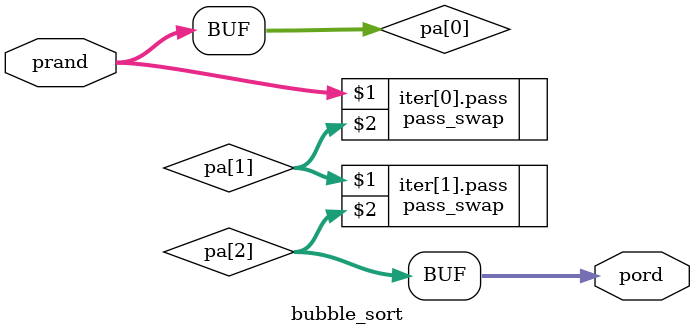
<source format=v>
/*

	Пузырьковая сортировка, основанная только на комбинаторной логике,
	без применения синхронной логики, т.е. регистров.

*/
module bubble_sort
	#(
		parameter DIM = 4,   // длина массива
		parameter WIDTH = 8  // размерность элемента
	)
	(
		input [DIM*WIDTH-1:0] prand, // исходный упакованный неотсортированный массив
		output [DIM*WIDTH-1:0] pord  // упакованный в битовый вектор результат сортировки
	);
	
	wire [DIM*WIDTH-1:0] pa [DIM-2:0]; // частично упакованные упакованные массивы
	
	assign pa[0] = prand;
	assign pord = pa[DIM-2];
	
	genvar i;
	generate
		for (i = 0; i < DIM - 2; i = i + 1) begin : iter
//			parameter PATH = DIM-i;
			pass_swap #(DIM, WIDTH, DIM-i) pass (pa[i], pa[i+1]); 
		end
	endgenerate
endmodule

</source>
